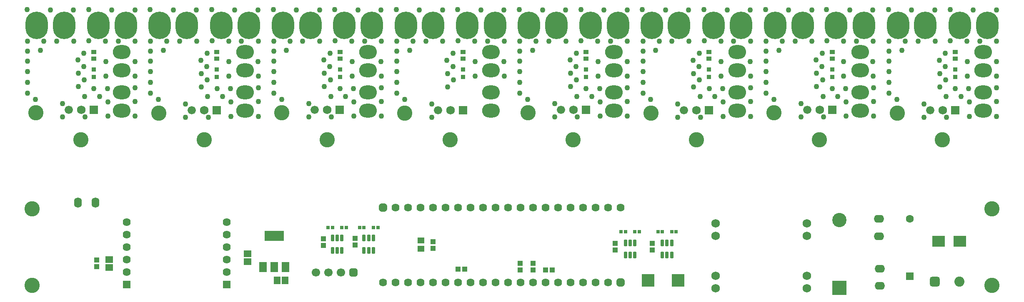
<source format=gts>
G04*
G04 #@! TF.GenerationSoftware,Altium Limited,Altium Designer,21.2.2 (38)*
G04*
G04 Layer_Color=8388736*
%FSLAX25Y25*%
%MOIN*%
G70*
G04*
G04 #@! TF.SameCoordinates,CC4574EB-D44E-4940-9A72-5AA28DA6A015*
G04*
G04*
G04 #@! TF.FilePolarity,Negative*
G04*
G01*
G75*
%ADD20R,0.02835X0.02835*%
%ADD21R,0.04331X0.03937*%
%ADD22R,0.05906X0.05512*%
%ADD23R,0.10433X0.10039*%
%ADD24R,0.04134X0.03740*%
%ADD25R,0.03543X0.03543*%
%ADD26R,0.10039X0.08858*%
%ADD27R,0.05512X0.05906*%
G04:AMPARAMS|DCode=28|XSize=51.58mil|YSize=26.77mil|CornerRadius=4.82mil|HoleSize=0mil|Usage=FLASHONLY|Rotation=270.000|XOffset=0mil|YOffset=0mil|HoleType=Round|Shape=RoundedRectangle|*
%AMROUNDEDRECTD28*
21,1,0.05158,0.01713,0,0,270.0*
21,1,0.04193,0.02677,0,0,270.0*
1,1,0.00965,-0.00856,-0.02097*
1,1,0.00965,-0.00856,0.02097*
1,1,0.00965,0.00856,0.02097*
1,1,0.00965,0.00856,-0.02097*
%
%ADD28ROUNDEDRECTD28*%
%ADD29R,0.05709X0.04921*%
%ADD30R,0.06299X0.08268*%
%ADD31R,0.15354X0.08268*%
%ADD32R,0.03937X0.04331*%
%ADD33O,0.18110X0.22047*%
%ADD34C,0.06394*%
%ADD35R,0.06394X0.06394*%
%ADD36C,0.06299*%
%ADD37R,0.06299X0.06299*%
%ADD38O,0.08268X0.06299*%
%ADD39O,0.06299X0.08268*%
%ADD40C,0.06693*%
G04:AMPARAMS|DCode=41|XSize=66.93mil|YSize=66.93mil|CornerRadius=17.72mil|HoleSize=0mil|Usage=FLASHONLY|Rotation=180.000|XOffset=0mil|YOffset=0mil|HoleType=Round|Shape=RoundedRectangle|*
%AMROUNDEDRECTD41*
21,1,0.06693,0.03150,0,0,180.0*
21,1,0.03150,0.06693,0,0,180.0*
1,1,0.03543,-0.01575,0.01575*
1,1,0.03543,0.01575,0.01575*
1,1,0.03543,0.01575,-0.01575*
1,1,0.03543,-0.01575,-0.01575*
%
%ADD41ROUNDEDRECTD41*%
%ADD42O,0.14173X0.11024*%
%ADD43R,0.06894X0.06894*%
%ADD44C,0.06894*%
%ADD45C,0.06594*%
%ADD46C,0.06378*%
G04:AMPARAMS|DCode=47|XSize=63.78mil|YSize=63.78mil|CornerRadius=16.93mil|HoleSize=0mil|Usage=FLASHONLY|Rotation=0.000|XOffset=0mil|YOffset=0mil|HoleType=Round|Shape=RoundedRectangle|*
%AMROUNDEDRECTD47*
21,1,0.06378,0.02992,0,0,0.0*
21,1,0.02992,0.06378,0,0,0.0*
1,1,0.03386,0.01496,-0.01496*
1,1,0.03386,-0.01496,-0.01496*
1,1,0.03386,-0.01496,0.01496*
1,1,0.03386,0.01496,0.01496*
%
%ADD47ROUNDEDRECTD47*%
%ADD48C,0.11417*%
%ADD49R,0.11417X0.11417*%
G04:AMPARAMS|DCode=50|XSize=80.71mil|YSize=80.71mil|CornerRadius=21.16mil|HoleSize=0mil|Usage=FLASHONLY|Rotation=0.000|XOffset=0mil|YOffset=0mil|HoleType=Round|Shape=RoundedRectangle|*
%AMROUNDEDRECTD50*
21,1,0.08071,0.03839,0,0,0.0*
21,1,0.03839,0.08071,0,0,0.0*
1,1,0.04232,0.01919,-0.01919*
1,1,0.04232,-0.01919,-0.01919*
1,1,0.04232,-0.01919,0.01919*
1,1,0.04232,0.01919,0.01919*
%
%ADD50ROUNDEDRECTD50*%
%ADD51C,0.08071*%
%ADD52C,0.06890*%
%ADD53C,0.12205*%
%ADD54C,0.04331*%
D20*
X497441Y54724D02*
D03*
X493898D02*
D03*
X263189Y58268D02*
D03*
X259646D02*
D03*
X288386D02*
D03*
X284842D02*
D03*
X523425Y54724D02*
D03*
X526968D02*
D03*
X248622Y58268D02*
D03*
X252165D02*
D03*
X482874Y54724D02*
D03*
X486417D02*
D03*
X515945D02*
D03*
X512402D02*
D03*
X273819Y58268D02*
D03*
X277362D02*
D03*
D21*
X507874Y40256D02*
D03*
Y45571D02*
D03*
X63386Y32185D02*
D03*
Y26870D02*
D03*
X412599Y29429D02*
D03*
Y24114D02*
D03*
X478346Y45571D02*
D03*
Y40256D02*
D03*
X270079Y44193D02*
D03*
Y49508D02*
D03*
X244882Y43799D02*
D03*
Y49114D02*
D03*
X402362Y24114D02*
D03*
Y29429D02*
D03*
X332677Y41437D02*
D03*
Y46752D02*
D03*
D22*
X73622Y25984D02*
D03*
Y32283D02*
D03*
X184252Y30709D02*
D03*
Y37008D02*
D03*
D23*
X504626Y15748D02*
D03*
X528445D02*
D03*
D24*
X356496Y198622D02*
D03*
Y193504D02*
D03*
X553346Y198622D02*
D03*
Y193504D02*
D03*
X454921Y198622D02*
D03*
Y193504D02*
D03*
X258071Y198622D02*
D03*
Y193504D02*
D03*
X750197Y198622D02*
D03*
Y193504D02*
D03*
X651772Y198622D02*
D03*
Y193504D02*
D03*
X159646Y198622D02*
D03*
Y193504D02*
D03*
X61221Y198622D02*
D03*
Y193504D02*
D03*
D25*
X553346Y178937D02*
D03*
Y184843D02*
D03*
X356496Y178937D02*
D03*
Y184843D02*
D03*
X454921Y178937D02*
D03*
Y184843D02*
D03*
X258071Y178937D02*
D03*
Y184843D02*
D03*
X651772Y178937D02*
D03*
Y184843D02*
D03*
X750197Y178937D02*
D03*
Y184843D02*
D03*
X159646D02*
D03*
Y178937D02*
D03*
X61221Y184843D02*
D03*
Y178937D02*
D03*
D26*
X753740Y47244D02*
D03*
X736811D02*
D03*
D27*
X214173Y15748D02*
D03*
X207874D02*
D03*
D28*
X252165Y39941D02*
D03*
X255906D02*
D03*
X259646D02*
D03*
X252165Y49823D02*
D03*
X255906D02*
D03*
X259646D02*
D03*
X493898Y45886D02*
D03*
X490157D02*
D03*
X486417D02*
D03*
X493898Y36004D02*
D03*
X490157D02*
D03*
X486417D02*
D03*
X277362Y39941D02*
D03*
X281102D02*
D03*
X284843D02*
D03*
X277362Y49823D02*
D03*
X281102D02*
D03*
X284843D02*
D03*
X515945Y36004D02*
D03*
X519685D02*
D03*
X523425D02*
D03*
X515945Y45886D02*
D03*
X519685D02*
D03*
X523425D02*
D03*
D29*
X322835Y41043D02*
D03*
Y47933D02*
D03*
D30*
X196457Y26575D02*
D03*
X205512D02*
D03*
X214567D02*
D03*
D31*
X205512Y51378D02*
D03*
D32*
X352461Y24803D02*
D03*
X357776D02*
D03*
X427854Y24016D02*
D03*
X422539D02*
D03*
D33*
X677362Y220079D02*
D03*
X753740Y220079D02*
D03*
X360039D02*
D03*
X556890D02*
D03*
X261614D02*
D03*
X507677D02*
D03*
X578937D02*
D03*
X310827D02*
D03*
X332480D02*
D03*
X234449D02*
D03*
X431299D02*
D03*
X212402D02*
D03*
X480512D02*
D03*
X283662D02*
D03*
X409252D02*
D03*
X529331D02*
D03*
X775787D02*
D03*
X458465D02*
D03*
X37598D02*
D03*
X726181D02*
D03*
X606103D02*
D03*
X654921D02*
D03*
X704528D02*
D03*
X185236D02*
D03*
X628150D02*
D03*
X163189D02*
D03*
X15551D02*
D03*
X86811D02*
D03*
X64764D02*
D03*
X135630D02*
D03*
X113976D02*
D03*
X382087D02*
D03*
D34*
X87559Y62401D02*
D03*
Y52402D02*
D03*
Y42401D02*
D03*
Y32401D02*
D03*
Y22401D02*
D03*
X167559Y62401D02*
D03*
Y52402D02*
D03*
Y42401D02*
D03*
Y32401D02*
D03*
Y22401D02*
D03*
D35*
X87559Y12402D02*
D03*
X167559D02*
D03*
D36*
X713779Y65059D02*
D03*
D37*
Y19193D02*
D03*
D38*
X689764Y11417D02*
D03*
Y25197D02*
D03*
X689370Y64961D02*
D03*
Y51181D02*
D03*
D39*
X48622Y77953D02*
D03*
X62402D02*
D03*
D40*
X258819Y22047D02*
D03*
X248819D02*
D03*
X238819D02*
D03*
D41*
X268819D02*
D03*
D42*
X575787Y184055D02*
D03*
Y166339D02*
D03*
Y198622D02*
D03*
Y151772D02*
D03*
X378937Y184055D02*
D03*
Y166339D02*
D03*
Y198622D02*
D03*
Y151772D02*
D03*
X280512Y184055D02*
D03*
Y166339D02*
D03*
Y198622D02*
D03*
Y151772D02*
D03*
X477362Y184055D02*
D03*
Y166339D02*
D03*
Y198622D02*
D03*
Y151772D02*
D03*
X772638Y184055D02*
D03*
Y166339D02*
D03*
Y198622D02*
D03*
Y151772D02*
D03*
X674213Y184055D02*
D03*
Y166339D02*
D03*
Y198622D02*
D03*
Y151772D02*
D03*
X182087Y184055D02*
D03*
Y198622D02*
D03*
Y166339D02*
D03*
Y151772D02*
D03*
X83662Y198622D02*
D03*
Y184055D02*
D03*
Y166339D02*
D03*
Y151772D02*
D03*
D43*
X454882Y152362D02*
D03*
X258031D02*
D03*
X356457Y152165D02*
D03*
X553307D02*
D03*
X750157D02*
D03*
X651732Y152362D02*
D03*
X61181D02*
D03*
X159606Y152165D02*
D03*
D44*
X444882Y152362D02*
D03*
X248031D02*
D03*
X346457Y152165D02*
D03*
X543307D02*
D03*
X740157D02*
D03*
X641732Y152362D02*
D03*
X51181D02*
D03*
X149606Y152165D02*
D03*
D45*
X434882Y152362D02*
D03*
X238031D02*
D03*
X336457Y152165D02*
D03*
X533307D02*
D03*
X730157D02*
D03*
X631732Y152362D02*
D03*
X41181D02*
D03*
X139606Y152165D02*
D03*
D46*
X452520Y74016D02*
D03*
X442520D02*
D03*
X402520D02*
D03*
X382520D02*
D03*
X352520D02*
D03*
X312520D02*
D03*
X302520D02*
D03*
X322520D02*
D03*
X332520D02*
D03*
X342520D02*
D03*
X362520D02*
D03*
X372520D02*
D03*
X392520D02*
D03*
X412520D02*
D03*
X422520D02*
D03*
X432520D02*
D03*
X462520D02*
D03*
X472520D02*
D03*
X482520D02*
D03*
X322441Y14095D02*
D03*
X332441D02*
D03*
X372441D02*
D03*
X392441D02*
D03*
X422441D02*
D03*
X462441D02*
D03*
X472441D02*
D03*
X452441D02*
D03*
X442441D02*
D03*
X432441D02*
D03*
X412441D02*
D03*
X402441D02*
D03*
X382441D02*
D03*
X362441D02*
D03*
X352441D02*
D03*
X342441D02*
D03*
X312441D02*
D03*
X302441D02*
D03*
X292441D02*
D03*
D47*
X292520Y74016D02*
D03*
X482441Y14095D02*
D03*
D48*
X657480Y64095D02*
D03*
D49*
Y9921D02*
D03*
D50*
X733858Y14764D02*
D03*
D51*
X753543D02*
D03*
D52*
X558496Y51575D02*
D03*
Y19575D02*
D03*
Y9575D02*
D03*
Y61575D02*
D03*
X631496Y51575D02*
D03*
Y61575D02*
D03*
Y19575D02*
D03*
Y9575D02*
D03*
D53*
X11811Y11811D02*
D03*
X779528D02*
D03*
X11811Y73228D02*
D03*
X779528D02*
D03*
X739961Y128347D02*
D03*
X641536Y128543D02*
D03*
X543110Y128347D02*
D03*
X444685Y128543D02*
D03*
X346260Y128347D02*
D03*
X247835Y128543D02*
D03*
X149409Y128347D02*
D03*
X50984D02*
D03*
X703740Y149803D02*
D03*
X605315Y150000D02*
D03*
X506890Y149803D02*
D03*
X408465Y150000D02*
D03*
X310039Y149803D02*
D03*
X211614Y150000D02*
D03*
X113189Y149803D02*
D03*
X14764Y150000D02*
D03*
D54*
X57087Y232677D02*
D03*
X272441Y232283D02*
D03*
X75591D02*
D03*
X94094D02*
D03*
X241732D02*
D03*
X204724Y232677D02*
D03*
X223228Y232283D02*
D03*
X143307D02*
D03*
X106299Y232677D02*
D03*
X124803Y232283D02*
D03*
X253937Y232677D02*
D03*
X290945Y232283D02*
D03*
X155512Y232677D02*
D03*
X174016Y232283D02*
D03*
X192520D02*
D03*
X450787Y232677D02*
D03*
X487795Y232283D02*
D03*
X44882D02*
D03*
X7874Y232677D02*
D03*
X26378Y232283D02*
D03*
X469291D02*
D03*
X715354D02*
D03*
X684252D02*
D03*
X733858D02*
D03*
X696850Y232677D02*
D03*
X746063D02*
D03*
X764567Y232283D02*
D03*
X783071D02*
D03*
X647244Y232677D02*
D03*
X665748Y232283D02*
D03*
X635433D02*
D03*
X616929D02*
D03*
X598425Y232677D02*
D03*
X537008Y232283D02*
D03*
X518504D02*
D03*
X549213Y232677D02*
D03*
X567717Y232283D02*
D03*
X586220D02*
D03*
X500000Y232677D02*
D03*
X352362D02*
D03*
X370866Y232283D02*
D03*
X389370D02*
D03*
X438583D02*
D03*
X401575Y232677D02*
D03*
X420079Y232283D02*
D03*
X303150Y232677D02*
D03*
X340157Y232283D02*
D03*
X321654D02*
D03*
X48819Y171063D02*
D03*
X53347Y197835D02*
D03*
X48819Y181693D02*
D03*
X53150Y187205D02*
D03*
X48425Y192323D02*
D03*
X36220Y146654D02*
D03*
Y157284D02*
D03*
X53543Y176575D02*
D03*
X147244Y170866D02*
D03*
X151772Y197638D02*
D03*
X147244Y181496D02*
D03*
X151575Y187008D02*
D03*
X146850Y192126D02*
D03*
X134646Y146457D02*
D03*
Y157087D02*
D03*
X151969Y176378D02*
D03*
X245669Y171063D02*
D03*
X250197Y197835D02*
D03*
X245669Y181693D02*
D03*
X250000Y187205D02*
D03*
X245276Y192323D02*
D03*
X233071Y146654D02*
D03*
Y157284D02*
D03*
X250394Y176575D02*
D03*
X344094Y170866D02*
D03*
X348622Y197638D02*
D03*
X344094Y181496D02*
D03*
X348425Y187008D02*
D03*
X343701Y192126D02*
D03*
X331496Y146457D02*
D03*
Y157087D02*
D03*
X348819Y176378D02*
D03*
X442520Y171063D02*
D03*
X447047Y197835D02*
D03*
X442520Y181693D02*
D03*
X446850Y187205D02*
D03*
X442126Y192323D02*
D03*
X429921Y146654D02*
D03*
Y157284D02*
D03*
X447244Y176575D02*
D03*
X540945Y170866D02*
D03*
X545472Y197638D02*
D03*
X540945Y181496D02*
D03*
X545276Y187008D02*
D03*
X540551Y192126D02*
D03*
X528346Y146457D02*
D03*
Y157087D02*
D03*
X545669Y176378D02*
D03*
X639370Y171063D02*
D03*
X643898Y197835D02*
D03*
X639370Y181693D02*
D03*
X643701Y187205D02*
D03*
X638976Y192323D02*
D03*
X626772Y146654D02*
D03*
Y157284D02*
D03*
X644095Y176575D02*
D03*
X598819Y183071D02*
D03*
Y174409D02*
D03*
Y165748D02*
D03*
X605118Y160630D02*
D03*
X598819Y191339D02*
D03*
Y199606D02*
D03*
X611811Y207283D02*
D03*
X622047D02*
D03*
X609055Y200000D02*
D03*
X598819Y207283D02*
D03*
X635630D02*
D03*
X8268Y183071D02*
D03*
Y174409D02*
D03*
Y165748D02*
D03*
X14567Y160630D02*
D03*
X8268Y191339D02*
D03*
Y199606D02*
D03*
X21260Y207283D02*
D03*
X31496D02*
D03*
X18504Y200000D02*
D03*
X8268Y207283D02*
D03*
X45079D02*
D03*
X106693Y183071D02*
D03*
Y174409D02*
D03*
Y165748D02*
D03*
X112992Y160630D02*
D03*
X106693Y191339D02*
D03*
Y199606D02*
D03*
X119685Y207283D02*
D03*
X129921D02*
D03*
X116929Y200000D02*
D03*
X106693Y207283D02*
D03*
X143504D02*
D03*
X205118Y183071D02*
D03*
Y174409D02*
D03*
Y165748D02*
D03*
X211417Y160630D02*
D03*
X205118Y191339D02*
D03*
Y199606D02*
D03*
X218110Y207283D02*
D03*
X228346D02*
D03*
X215354Y200000D02*
D03*
X205118Y207283D02*
D03*
X241929D02*
D03*
X303543Y183071D02*
D03*
Y174409D02*
D03*
Y165748D02*
D03*
X309842Y160630D02*
D03*
X303543Y191339D02*
D03*
Y199606D02*
D03*
X316535Y207283D02*
D03*
X326772D02*
D03*
X313779Y200000D02*
D03*
X303543Y207283D02*
D03*
X340354D02*
D03*
X401968Y183071D02*
D03*
Y174409D02*
D03*
Y165748D02*
D03*
X408268Y160630D02*
D03*
X401968Y191339D02*
D03*
Y199606D02*
D03*
X414961Y207283D02*
D03*
X425197D02*
D03*
X412205Y200000D02*
D03*
X401968Y207283D02*
D03*
X438779D02*
D03*
X500394Y183071D02*
D03*
Y174409D02*
D03*
Y165748D02*
D03*
X506693Y160630D02*
D03*
X500394Y191339D02*
D03*
Y199606D02*
D03*
X513386Y207283D02*
D03*
X523622D02*
D03*
X510630Y200000D02*
D03*
X500394Y207283D02*
D03*
X537205D02*
D03*
X72047Y169488D02*
D03*
X94291Y147441D02*
D03*
X53937Y163189D02*
D03*
X54331Y146654D02*
D03*
X94291Y159252D02*
D03*
Y170276D02*
D03*
X65748Y163189D02*
D03*
X72441Y147441D02*
D03*
Y158858D02*
D03*
X61319Y169587D02*
D03*
X170472Y169291D02*
D03*
X192717Y147244D02*
D03*
X152362Y162992D02*
D03*
X152756Y146457D02*
D03*
X192717Y159055D02*
D03*
Y170079D02*
D03*
X164173Y162992D02*
D03*
X170866Y147244D02*
D03*
Y158661D02*
D03*
X159744Y169390D02*
D03*
X268898Y169488D02*
D03*
X291142Y147441D02*
D03*
X250787Y163189D02*
D03*
X251181Y146654D02*
D03*
X291142Y159252D02*
D03*
Y170276D02*
D03*
X262598Y163189D02*
D03*
X269291Y147441D02*
D03*
Y158858D02*
D03*
X258169Y169587D02*
D03*
X465748Y169488D02*
D03*
X487992Y147441D02*
D03*
X447638Y163189D02*
D03*
X448032Y146654D02*
D03*
X487992Y159252D02*
D03*
Y170276D02*
D03*
X459449Y163189D02*
D03*
X466142Y147441D02*
D03*
Y158858D02*
D03*
X455020Y169587D02*
D03*
X564173Y169291D02*
D03*
X586417Y147244D02*
D03*
X546063Y162992D02*
D03*
X546457Y146457D02*
D03*
X586417Y159055D02*
D03*
Y170079D02*
D03*
X557874Y162992D02*
D03*
X564567Y147244D02*
D03*
Y158661D02*
D03*
X553445Y169390D02*
D03*
X662598Y169488D02*
D03*
X684843Y147441D02*
D03*
X644488Y163189D02*
D03*
X644882Y146654D02*
D03*
X684843Y159252D02*
D03*
Y170276D02*
D03*
X656299Y163189D02*
D03*
X662992Y147441D02*
D03*
Y158858D02*
D03*
X651870Y169587D02*
D03*
X464567Y179528D02*
D03*
X464370Y207283D02*
D03*
X487992Y179331D02*
D03*
X487795Y191142D02*
D03*
X450984Y207677D02*
D03*
X474606Y207283D02*
D03*
X487992D02*
D03*
X464567Y191142D02*
D03*
X70866D02*
D03*
X94291Y207283D02*
D03*
X80905D02*
D03*
X57284Y207677D02*
D03*
X94095Y191142D02*
D03*
X94291Y179331D02*
D03*
X70669Y207283D02*
D03*
X70866Y179528D02*
D03*
X169291Y191142D02*
D03*
X192717Y207283D02*
D03*
X179331D02*
D03*
X155709Y207677D02*
D03*
X192520Y191142D02*
D03*
X192717Y179331D02*
D03*
X169095Y207283D02*
D03*
X169291Y179528D02*
D03*
X267717Y191142D02*
D03*
X291142Y207283D02*
D03*
X277756D02*
D03*
X254134Y207677D02*
D03*
X290945Y191142D02*
D03*
X291142Y179331D02*
D03*
X267520Y207283D02*
D03*
X267717Y179528D02*
D03*
X366142Y191142D02*
D03*
X389567Y207283D02*
D03*
X376181D02*
D03*
X352559Y207677D02*
D03*
X389370Y191142D02*
D03*
X389567Y179331D02*
D03*
X365945Y207283D02*
D03*
X366142Y179528D02*
D03*
X562992Y191142D02*
D03*
X586417Y207283D02*
D03*
X573032D02*
D03*
X549409Y207677D02*
D03*
X586221Y191142D02*
D03*
X586417Y179331D02*
D03*
X562795Y207283D02*
D03*
X562992Y179528D02*
D03*
X661024Y191142D02*
D03*
X684449Y207283D02*
D03*
X671063D02*
D03*
X647441Y207677D02*
D03*
X684252Y191142D02*
D03*
X684449Y179331D02*
D03*
X660827Y207283D02*
D03*
X661024Y179528D02*
D03*
X750295Y169390D02*
D03*
X761417Y158661D02*
D03*
Y147244D02*
D03*
X754724Y162992D02*
D03*
X783268Y170079D02*
D03*
Y159055D02*
D03*
X743307Y146457D02*
D03*
X742913Y162992D02*
D03*
X783268Y147244D02*
D03*
X761024Y169291D02*
D03*
X759842Y179528D02*
D03*
X759646Y207283D02*
D03*
X783268Y179331D02*
D03*
X783071Y191142D02*
D03*
X746260Y207677D02*
D03*
X769882Y207283D02*
D03*
X783268D02*
D03*
X759842Y191142D02*
D03*
X742520Y176378D02*
D03*
X725197Y157087D02*
D03*
Y146457D02*
D03*
X737402Y192126D02*
D03*
X742126Y187008D02*
D03*
X737795Y181496D02*
D03*
X742323Y197638D02*
D03*
X737795Y170866D02*
D03*
X734055Y207283D02*
D03*
X697244D02*
D03*
X707480Y200000D02*
D03*
X720472Y207283D02*
D03*
X710236D02*
D03*
X697244Y199606D02*
D03*
Y191339D02*
D03*
X703543Y160630D02*
D03*
X697244Y165748D02*
D03*
Y174409D02*
D03*
Y183071D02*
D03*
M02*

</source>
